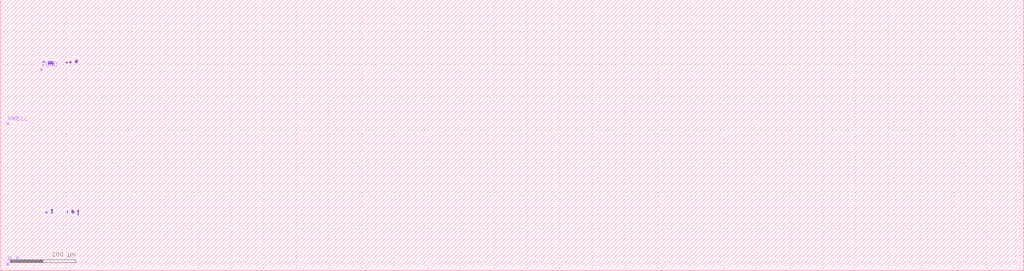
<source format=lef>
# Copyright 2020 The SkyWater PDK Authors
#
# Licensed under the Apache License, Version 2.0 (the "License");
# you may not use this file except in compliance with the License.
# You may obtain a copy of the License at
#
#     https://www.apache.org/licenses/LICENSE-2.0
#
# Unless required by applicable law or agreed to in writing, software
# distributed under the License is distributed on an "AS IS" BASIS,
# WITHOUT WARRANTIES OR CONDITIONS OF ANY KIND, either express or implied.
# See the License for the specific language governing permissions and
# limitations under the License.
#
# SPDX-License-Identifier: Apache-2.0

VERSION 5.7 ;
  NOWIREEXTENSIONATPIN ON ;
  DIVIDERCHAR "/" ;
  BUSBITCHARS "[]" ;
MACRO sky130_fd_pr__rf_aura_drc_flag_check
  CLASS BLOCK ;
  FOREIGN sky130_fd_pr__rf_aura_drc_flag_check ;
  ORIGIN  0.000000  213.9700 ;
  SIZE  1555.530 BY  412.1700 ;
  PIN B_P
    ANTENNADIFFAREA  43.51075 ;
    PORT
      LAYER li1 ;
        RECT 9.175000 -205.320000 11.985000 -202.345000 ;
    END
  END B_P
  PIN NWELL
    ANTENNADIFFAREA  43.51075 ;
    PORT
      LAYER li1 ;
        RECT 9.175000 8.650000 11.985000 11.625000 ;
    END
  END NWELL
  PIN VGND
    USE GROUND ;
    PORT
      LAYER li1 ;
        RECT 60.140000 90.690000 62.950000 93.665000 ;
    END
  END VGND
  OBS
    LAYER li1 ;
      RECT  64.430000  103.905000  64.600000  104.235000 ;
      RECT  64.610000  104.405000  65.280000  104.735000 ;
      RECT  64.860000  103.905000  65.030000  104.235000 ;
      RECT  65.290000  103.905000  65.460000  104.235000 ;
      RECT  65.930000  103.905000  66.100000  104.235000 ;
      RECT  66.110000  104.405000  66.780000  104.735000 ;
      RECT  66.360000  103.905000  66.530000  104.235000 ;
      RECT  66.790000  103.905000  66.960000  104.235000 ;
      RECT  68.460000 -125.255000  68.630000 -124.565000 ;
      RECT  68.640000 -124.335000  69.310000 -123.995000 ;
      RECT  68.890000 -125.255000  69.060000 -124.565000 ;
      RECT  69.320000 -125.255000  69.490000 -124.565000 ;
      RECT  69.960000 -125.255000  70.130000 -124.565000 ;
      RECT  70.140000 -124.335000  70.810000 -123.995000 ;
      RECT  70.390000 -125.255000  70.560000 -124.565000 ;
      RECT  70.820000 -125.255000  70.990000 -124.565000 ;
      RECT  72.455000  101.200000  72.625000  104.050000 ;
      RECT  72.885000  101.200000  73.055000  104.050000 ;
      RECT  72.905000  100.640000  75.615000  100.970000 ;
      RECT  73.315000  101.200000  73.485000  104.050000 ;
      RECT  73.745000  101.200000  73.915000  104.050000 ;
      RECT  74.175000  101.200000  74.345000  104.050000 ;
      RECT  74.605000  101.200000  74.775000  104.050000 ;
      RECT  75.035000  101.200000  75.205000  104.050000 ;
      RECT  75.465000  101.200000  75.635000  104.050000 ;
      RECT  75.895000  101.200000  76.065000  104.050000 ;
      RECT  76.535000  101.200000  76.705000  104.050000 ;
      RECT  76.630000 -125.330000  76.800000 -120.340000 ;
      RECT  76.810000 -120.170000  77.480000 -119.840000 ;
      RECT  76.965000  101.200000  77.135000  104.050000 ;
      RECT  76.985000  100.640000  79.695000  100.970000 ;
      RECT  77.060000 -125.330000  77.230000 -120.340000 ;
      RECT  77.395000  101.200000  77.565000  104.050000 ;
      RECT  77.490000 -125.330000  77.660000 -120.340000 ;
      RECT  77.825000  101.200000  77.995000  104.050000 ;
      RECT  78.100000 -125.330000  78.270000 -120.340000 ;
      RECT  78.255000  101.200000  78.425000  104.050000 ;
      RECT  78.280000 -120.170000  78.950000 -119.840000 ;
      RECT  78.530000 -125.330000  78.700000 -120.340000 ;
      RECT  78.685000  101.200000  78.855000  104.050000 ;
      RECT  78.960000 -125.330000  79.130000 -120.340000 ;
      RECT  79.115000  101.200000  79.285000  104.050000 ;
      RECT  79.545000  101.200000  79.715000  104.050000 ;
      RECT  79.975000  101.200000  80.145000  104.050000 ;
      RECT  99.085000  102.355000  99.255000  102.685000 ;
      RECT  99.265000  102.855000  99.935000  103.185000 ;
      RECT  99.515000  102.355000  99.685000  102.685000 ;
      RECT  99.945000  102.355000 100.115000  102.685000 ;
      RECT 100.495000  102.355000 100.665000  102.685000 ;
      RECT 100.495000  103.355000 100.665000  103.685000 ;
      RECT 100.675000  102.855000 101.345000  103.185000 ;
      RECT 100.925000  102.355000 101.095000  102.685000 ;
      RECT 100.925000  103.355000 101.095000  103.685000 ;
      RECT 100.930000 -125.255000 101.100000 -124.565000 ;
      RECT 100.930000 -123.755000 101.100000 -123.065000 ;
      RECT 101.110000 -124.335000 101.780000 -123.985000 ;
      RECT 101.355000  102.355000 101.525000  102.685000 ;
      RECT 101.355000  103.355000 101.525000  103.685000 ;
      RECT 101.360000 -125.255000 101.530000 -124.565000 ;
      RECT 101.360000 -123.755000 101.530000 -123.065000 ;
      RECT 101.790000 -125.255000 101.960000 -124.565000 ;
      RECT 101.790000 -123.755000 101.960000 -123.065000 ;
      RECT 104.960000  102.355000 105.130000  103.045000 ;
      RECT 104.960000  103.835000 105.130000  104.525000 ;
      RECT 105.230000  103.275000 106.580000  103.605000 ;
      RECT 105.390000  102.355000 105.560000  103.045000 ;
      RECT 105.390000  103.835000 105.560000  104.525000 ;
      RECT 105.820000  102.355000 105.990000  103.045000 ;
      RECT 105.820000  103.835000 105.990000  104.525000 ;
      RECT 106.250000  102.355000 106.420000  103.045000 ;
      RECT 106.250000  103.835000 106.420000  104.525000 ;
      RECT 106.680000  102.355000 106.850000  103.045000 ;
      RECT 106.680000  103.835000 106.850000  104.525000 ;
      RECT 107.745000 -125.255000 107.915000 -123.725000 ;
      RECT 107.745000 -122.915000 107.915000 -121.385000 ;
      RECT 108.015000 -123.495000 109.365000 -123.145000 ;
      RECT 108.175000 -125.255000 108.345000 -123.725000 ;
      RECT 108.175000 -122.915000 108.345000 -121.385000 ;
      RECT 108.605000 -125.255000 108.775000 -123.725000 ;
      RECT 108.605000 -122.915000 108.775000 -121.385000 ;
      RECT 109.035000 -125.255000 109.205000 -123.725000 ;
      RECT 109.035000 -122.915000 109.205000 -121.385000 ;
      RECT 109.465000 -125.255000 109.635000 -123.725000 ;
      RECT 109.465000 -122.915000 109.635000 -121.385000 ;
      RECT 109.985000 -125.255000 110.155000 -123.725000 ;
      RECT 110.255000 -123.495000 111.605000 -123.155000 ;
      RECT 110.415000 -125.255000 110.585000 -123.725000 ;
      RECT 110.845000 -125.255000 111.015000 -123.725000 ;
      RECT 111.275000 -125.255000 111.445000 -123.725000 ;
      RECT 111.705000 -125.255000 111.875000 -123.725000 ;
      RECT 113.205000  103.490000 113.375000  106.340000 ;
      RECT 113.635000  103.490000 113.805000  106.340000 ;
      RECT 113.655000  102.930000 116.365000  103.260000 ;
      RECT 114.065000  103.490000 114.235000  106.340000 ;
      RECT 114.495000  102.430000 114.665000  102.760000 ;
      RECT 114.495000  103.490000 114.665000  106.340000 ;
      RECT 114.925000  102.430000 115.095000  102.760000 ;
      RECT 114.925000  103.490000 115.095000  106.340000 ;
      RECT 115.355000  102.430000 115.525000  102.760000 ;
      RECT 115.355000  103.490000 115.525000  106.340000 ;
      RECT 115.785000  103.490000 115.955000  106.340000 ;
      RECT 116.215000  103.490000 116.385000  106.340000 ;
      RECT 116.645000  103.490000 116.815000  106.340000 ;
      RECT 116.855000 -122.915000 117.025000 -121.385000 ;
      RECT 117.125000 -123.485000 118.475000 -123.145000 ;
      RECT 117.285000 -128.645000 117.455000 -123.655000 ;
      RECT 117.285000 -122.915000 117.455000 -121.385000 ;
      RECT 117.715000 -128.645000 117.885000 -123.655000 ;
      RECT 117.715000 -122.915000 117.885000 -121.385000 ;
      RECT 118.145000 -128.645000 118.315000 -123.655000 ;
      RECT 118.145000 -122.915000 118.315000 -121.385000 ;
      RECT 118.575000 -122.915000 118.745000 -121.385000 ;
    LAYER mcon ;
      RECT  64.430000  103.985000  64.600000  104.155000 ;
      RECT  64.680000  104.485000  64.850000  104.655000 ;
      RECT  64.860000  103.985000  65.030000  104.155000 ;
      RECT  65.040000  104.485000  65.210000  104.655000 ;
      RECT  65.290000  103.985000  65.460000  104.155000 ;
      RECT  65.930000  103.985000  66.100000  104.155000 ;
      RECT  66.180000  104.485000  66.350000  104.655000 ;
      RECT  66.360000  103.985000  66.530000  104.155000 ;
      RECT  66.540000  104.485000  66.710000  104.655000 ;
      RECT  66.790000  103.985000  66.960000  104.155000 ;
      RECT  68.460000 -125.175000  68.630000 -125.005000 ;
      RECT  68.460000 -124.815000  68.630000 -124.645000 ;
      RECT  68.710000 -124.245000  68.880000 -124.075000 ;
      RECT  68.890000 -125.175000  69.060000 -125.005000 ;
      RECT  68.890000 -124.815000  69.060000 -124.645000 ;
      RECT  69.070000 -124.245000  69.240000 -124.075000 ;
      RECT  69.320000 -125.175000  69.490000 -125.005000 ;
      RECT  69.320000 -124.815000  69.490000 -124.645000 ;
      RECT  69.960000 -125.175000  70.130000 -125.005000 ;
      RECT  69.960000 -124.815000  70.130000 -124.645000 ;
      RECT  70.210000 -124.245000  70.380000 -124.075000 ;
      RECT  70.390000 -125.175000  70.560000 -125.005000 ;
      RECT  70.390000 -124.815000  70.560000 -124.645000 ;
      RECT  70.570000 -124.245000  70.740000 -124.075000 ;
      RECT  70.820000 -125.175000  70.990000 -125.005000 ;
      RECT  70.820000 -124.815000  70.990000 -124.645000 ;
      RECT  72.455000  101.280000  72.625000  101.450000 ;
      RECT  72.455000  101.640000  72.625000  101.810000 ;
      RECT  72.455000  102.000000  72.625000  102.170000 ;
      RECT  72.455000  102.360000  72.625000  102.530000 ;
      RECT  72.455000  102.720000  72.625000  102.890000 ;
      RECT  72.455000  103.080000  72.625000  103.250000 ;
      RECT  72.455000  103.440000  72.625000  103.610000 ;
      RECT  72.455000  103.800000  72.625000  103.970000 ;
      RECT  72.885000  101.280000  73.055000  101.450000 ;
      RECT  72.885000  101.640000  73.055000  101.810000 ;
      RECT  72.885000  102.000000  73.055000  102.170000 ;
      RECT  72.885000  102.360000  73.055000  102.530000 ;
      RECT  72.885000  102.720000  73.055000  102.890000 ;
      RECT  72.885000  103.080000  73.055000  103.250000 ;
      RECT  72.885000  103.440000  73.055000  103.610000 ;
      RECT  72.885000  103.800000  73.055000  103.970000 ;
      RECT  72.915000  100.720000  73.085000  100.890000 ;
      RECT  73.275000  100.720000  73.445000  100.890000 ;
      RECT  73.315000  101.280000  73.485000  101.450000 ;
      RECT  73.315000  101.640000  73.485000  101.810000 ;
      RECT  73.315000  102.000000  73.485000  102.170000 ;
      RECT  73.315000  102.360000  73.485000  102.530000 ;
      RECT  73.315000  102.720000  73.485000  102.890000 ;
      RECT  73.315000  103.080000  73.485000  103.250000 ;
      RECT  73.315000  103.440000  73.485000  103.610000 ;
      RECT  73.315000  103.800000  73.485000  103.970000 ;
      RECT  73.635000  100.720000  73.805000  100.890000 ;
      RECT  73.745000  101.280000  73.915000  101.450000 ;
      RECT  73.745000  101.640000  73.915000  101.810000 ;
      RECT  73.745000  102.000000  73.915000  102.170000 ;
      RECT  73.745000  102.360000  73.915000  102.530000 ;
      RECT  73.745000  102.720000  73.915000  102.890000 ;
      RECT  73.745000  103.080000  73.915000  103.250000 ;
      RECT  73.745000  103.440000  73.915000  103.610000 ;
      RECT  73.745000  103.800000  73.915000  103.970000 ;
      RECT  73.995000  100.720000  74.165000  100.890000 ;
      RECT  74.175000  101.280000  74.345000  101.450000 ;
      RECT  74.175000  101.640000  74.345000  101.810000 ;
      RECT  74.175000  102.000000  74.345000  102.170000 ;
      RECT  74.175000  102.360000  74.345000  102.530000 ;
      RECT  74.175000  102.720000  74.345000  102.890000 ;
      RECT  74.175000  103.080000  74.345000  103.250000 ;
      RECT  74.175000  103.440000  74.345000  103.610000 ;
      RECT  74.175000  103.800000  74.345000  103.970000 ;
      RECT  74.355000  100.720000  74.525000  100.890000 ;
      RECT  74.605000  101.280000  74.775000  101.450000 ;
      RECT  74.605000  101.640000  74.775000  101.810000 ;
      RECT  74.605000  102.000000  74.775000  102.170000 ;
      RECT  74.605000  102.360000  74.775000  102.530000 ;
      RECT  74.605000  102.720000  74.775000  102.890000 ;
      RECT  74.605000  103.080000  74.775000  103.250000 ;
      RECT  74.605000  103.440000  74.775000  103.610000 ;
      RECT  74.605000  103.800000  74.775000  103.970000 ;
      RECT  74.715000  100.720000  74.885000  100.890000 ;
      RECT  75.035000  101.280000  75.205000  101.450000 ;
      RECT  75.035000  101.640000  75.205000  101.810000 ;
      RECT  75.035000  102.000000  75.205000  102.170000 ;
      RECT  75.035000  102.360000  75.205000  102.530000 ;
      RECT  75.035000  102.720000  75.205000  102.890000 ;
      RECT  75.035000  103.080000  75.205000  103.250000 ;
      RECT  75.035000  103.440000  75.205000  103.610000 ;
      RECT  75.035000  103.800000  75.205000  103.970000 ;
      RECT  75.075000  100.720000  75.245000  100.890000 ;
      RECT  75.435000  100.720000  75.605000  100.890000 ;
      RECT  75.465000  101.280000  75.635000  101.450000 ;
      RECT  75.465000  101.640000  75.635000  101.810000 ;
      RECT  75.465000  102.000000  75.635000  102.170000 ;
      RECT  75.465000  102.360000  75.635000  102.530000 ;
      RECT  75.465000  102.720000  75.635000  102.890000 ;
      RECT  75.465000  103.080000  75.635000  103.250000 ;
      RECT  75.465000  103.440000  75.635000  103.610000 ;
      RECT  75.465000  103.800000  75.635000  103.970000 ;
      RECT  75.895000  101.280000  76.065000  101.450000 ;
      RECT  75.895000  101.640000  76.065000  101.810000 ;
      RECT  75.895000  102.000000  76.065000  102.170000 ;
      RECT  75.895000  102.360000  76.065000  102.530000 ;
      RECT  75.895000  102.720000  76.065000  102.890000 ;
      RECT  75.895000  103.080000  76.065000  103.250000 ;
      RECT  75.895000  103.440000  76.065000  103.610000 ;
      RECT  75.895000  103.800000  76.065000  103.970000 ;
      RECT  76.535000  101.280000  76.705000  101.450000 ;
      RECT  76.535000  101.640000  76.705000  101.810000 ;
      RECT  76.535000  102.000000  76.705000  102.170000 ;
      RECT  76.535000  102.360000  76.705000  102.530000 ;
      RECT  76.535000  102.720000  76.705000  102.890000 ;
      RECT  76.535000  103.080000  76.705000  103.250000 ;
      RECT  76.535000  103.440000  76.705000  103.610000 ;
      RECT  76.535000  103.800000  76.705000  103.970000 ;
      RECT  76.630000 -125.075000  76.800000 -124.905000 ;
      RECT  76.630000 -124.715000  76.800000 -124.545000 ;
      RECT  76.630000 -124.355000  76.800000 -124.185000 ;
      RECT  76.630000 -123.995000  76.800000 -123.825000 ;
      RECT  76.630000 -123.635000  76.800000 -123.465000 ;
      RECT  76.630000 -123.275000  76.800000 -123.105000 ;
      RECT  76.630000 -122.915000  76.800000 -122.745000 ;
      RECT  76.630000 -122.555000  76.800000 -122.385000 ;
      RECT  76.630000 -122.195000  76.800000 -122.025000 ;
      RECT  76.630000 -121.835000  76.800000 -121.665000 ;
      RECT  76.630000 -121.475000  76.800000 -121.305000 ;
      RECT  76.630000 -121.115000  76.800000 -120.945000 ;
      RECT  76.630000 -120.755000  76.800000 -120.585000 ;
      RECT  76.880000 -120.090000  77.050000 -119.920000 ;
      RECT  76.965000  101.280000  77.135000  101.450000 ;
      RECT  76.965000  101.640000  77.135000  101.810000 ;
      RECT  76.965000  102.000000  77.135000  102.170000 ;
      RECT  76.965000  102.360000  77.135000  102.530000 ;
      RECT  76.965000  102.720000  77.135000  102.890000 ;
      RECT  76.965000  103.080000  77.135000  103.250000 ;
      RECT  76.965000  103.440000  77.135000  103.610000 ;
      RECT  76.965000  103.800000  77.135000  103.970000 ;
      RECT  76.995000  100.720000  77.165000  100.890000 ;
      RECT  77.060000 -125.075000  77.230000 -124.905000 ;
      RECT  77.060000 -124.715000  77.230000 -124.545000 ;
      RECT  77.060000 -124.355000  77.230000 -124.185000 ;
      RECT  77.060000 -123.995000  77.230000 -123.825000 ;
      RECT  77.060000 -123.635000  77.230000 -123.465000 ;
      RECT  77.060000 -123.275000  77.230000 -123.105000 ;
      RECT  77.060000 -122.915000  77.230000 -122.745000 ;
      RECT  77.060000 -122.555000  77.230000 -122.385000 ;
      RECT  77.060000 -122.195000  77.230000 -122.025000 ;
      RECT  77.060000 -121.835000  77.230000 -121.665000 ;
      RECT  77.060000 -121.475000  77.230000 -121.305000 ;
      RECT  77.060000 -121.115000  77.230000 -120.945000 ;
      RECT  77.060000 -120.755000  77.230000 -120.585000 ;
      RECT  77.240000 -120.090000  77.410000 -119.920000 ;
      RECT  77.355000  100.720000  77.525000  100.890000 ;
      RECT  77.395000  101.280000  77.565000  101.450000 ;
      RECT  77.395000  101.640000  77.565000  101.810000 ;
      RECT  77.395000  102.000000  77.565000  102.170000 ;
      RECT  77.395000  102.360000  77.565000  102.530000 ;
      RECT  77.395000  102.720000  77.565000  102.890000 ;
      RECT  77.395000  103.080000  77.565000  103.250000 ;
      RECT  77.395000  103.440000  77.565000  103.610000 ;
      RECT  77.395000  103.800000  77.565000  103.970000 ;
      RECT  77.490000 -125.075000  77.660000 -124.905000 ;
      RECT  77.490000 -124.715000  77.660000 -124.545000 ;
      RECT  77.490000 -124.355000  77.660000 -124.185000 ;
      RECT  77.490000 -123.995000  77.660000 -123.825000 ;
      RECT  77.490000 -123.635000  77.660000 -123.465000 ;
      RECT  77.490000 -123.275000  77.660000 -123.105000 ;
      RECT  77.490000 -122.915000  77.660000 -122.745000 ;
      RECT  77.490000 -122.555000  77.660000 -122.385000 ;
      RECT  77.490000 -122.195000  77.660000 -122.025000 ;
      RECT  77.490000 -121.835000  77.660000 -121.665000 ;
      RECT  77.490000 -121.475000  77.660000 -121.305000 ;
      RECT  77.490000 -121.115000  77.660000 -120.945000 ;
      RECT  77.490000 -120.755000  77.660000 -120.585000 ;
      RECT  77.715000  100.720000  77.885000  100.890000 ;
      RECT  77.825000  101.280000  77.995000  101.450000 ;
      RECT  77.825000  101.640000  77.995000  101.810000 ;
      RECT  77.825000  102.000000  77.995000  102.170000 ;
      RECT  77.825000  102.360000  77.995000  102.530000 ;
      RECT  77.825000  102.720000  77.995000  102.890000 ;
      RECT  77.825000  103.080000  77.995000  103.250000 ;
      RECT  77.825000  103.440000  77.995000  103.610000 ;
      RECT  77.825000  103.800000  77.995000  103.970000 ;
      RECT  78.075000  100.720000  78.245000  100.890000 ;
      RECT  78.100000 -125.075000  78.270000 -124.905000 ;
      RECT  78.100000 -124.715000  78.270000 -124.545000 ;
      RECT  78.100000 -124.355000  78.270000 -124.185000 ;
      RECT  78.100000 -123.995000  78.270000 -123.825000 ;
      RECT  78.100000 -123.635000  78.270000 -123.465000 ;
      RECT  78.100000 -123.275000  78.270000 -123.105000 ;
      RECT  78.100000 -122.915000  78.270000 -122.745000 ;
      RECT  78.100000 -122.555000  78.270000 -122.385000 ;
      RECT  78.100000 -122.195000  78.270000 -122.025000 ;
      RECT  78.100000 -121.835000  78.270000 -121.665000 ;
      RECT  78.100000 -121.475000  78.270000 -121.305000 ;
      RECT  78.100000 -121.115000  78.270000 -120.945000 ;
      RECT  78.100000 -120.755000  78.270000 -120.585000 ;
      RECT  78.255000  101.280000  78.425000  101.450000 ;
      RECT  78.255000  101.640000  78.425000  101.810000 ;
      RECT  78.255000  102.000000  78.425000  102.170000 ;
      RECT  78.255000  102.360000  78.425000  102.530000 ;
      RECT  78.255000  102.720000  78.425000  102.890000 ;
      RECT  78.255000  103.080000  78.425000  103.250000 ;
      RECT  78.255000  103.440000  78.425000  103.610000 ;
      RECT  78.255000  103.800000  78.425000  103.970000 ;
      RECT  78.350000 -120.090000  78.520000 -119.920000 ;
      RECT  78.435000  100.720000  78.605000  100.890000 ;
      RECT  78.530000 -125.075000  78.700000 -124.905000 ;
      RECT  78.530000 -124.715000  78.700000 -124.545000 ;
      RECT  78.530000 -124.355000  78.700000 -124.185000 ;
      RECT  78.530000 -123.995000  78.700000 -123.825000 ;
      RECT  78.530000 -123.635000  78.700000 -123.465000 ;
      RECT  78.530000 -123.275000  78.700000 -123.105000 ;
      RECT  78.530000 -122.915000  78.700000 -122.745000 ;
      RECT  78.530000 -122.555000  78.700000 -122.385000 ;
      RECT  78.530000 -122.195000  78.700000 -122.025000 ;
      RECT  78.530000 -121.835000  78.700000 -121.665000 ;
      RECT  78.530000 -121.475000  78.700000 -121.305000 ;
      RECT  78.530000 -121.115000  78.700000 -120.945000 ;
      RECT  78.530000 -120.755000  78.700000 -120.585000 ;
      RECT  78.685000  101.280000  78.855000  101.450000 ;
      RECT  78.685000  101.640000  78.855000  101.810000 ;
      RECT  78.685000  102.000000  78.855000  102.170000 ;
      RECT  78.685000  102.360000  78.855000  102.530000 ;
      RECT  78.685000  102.720000  78.855000  102.890000 ;
      RECT  78.685000  103.080000  78.855000  103.250000 ;
      RECT  78.685000  103.440000  78.855000  103.610000 ;
      RECT  78.685000  103.800000  78.855000  103.970000 ;
      RECT  78.710000 -120.090000  78.880000 -119.920000 ;
      RECT  78.795000  100.720000  78.965000  100.890000 ;
      RECT  78.960000 -125.075000  79.130000 -124.905000 ;
      RECT  78.960000 -124.715000  79.130000 -124.545000 ;
      RECT  78.960000 -124.355000  79.130000 -124.185000 ;
      RECT  78.960000 -123.995000  79.130000 -123.825000 ;
      RECT  78.960000 -123.635000  79.130000 -123.465000 ;
      RECT  78.960000 -123.275000  79.130000 -123.105000 ;
      RECT  78.960000 -122.915000  79.130000 -122.745000 ;
      RECT  78.960000 -122.555000  79.130000 -122.385000 ;
      RECT  78.960000 -122.195000  79.130000 -122.025000 ;
      RECT  78.960000 -121.835000  79.130000 -121.665000 ;
      RECT  78.960000 -121.475000  79.130000 -121.305000 ;
      RECT  78.960000 -121.115000  79.130000 -120.945000 ;
      RECT  78.960000 -120.755000  79.130000 -120.585000 ;
      RECT  79.115000  101.280000  79.285000  101.450000 ;
      RECT  79.115000  101.640000  79.285000  101.810000 ;
      RECT  79.115000  102.000000  79.285000  102.170000 ;
      RECT  79.115000  102.360000  79.285000  102.530000 ;
      RECT  79.115000  102.720000  79.285000  102.890000 ;
      RECT  79.115000  103.080000  79.285000  103.250000 ;
      RECT  79.115000  103.440000  79.285000  103.610000 ;
      RECT  79.115000  103.800000  79.285000  103.970000 ;
      RECT  79.155000  100.720000  79.325000  100.890000 ;
      RECT  79.515000  100.720000  79.685000  100.890000 ;
      RECT  79.545000  101.280000  79.715000  101.450000 ;
      RECT  79.545000  101.640000  79.715000  101.810000 ;
      RECT  79.545000  102.000000  79.715000  102.170000 ;
      RECT  79.545000  102.360000  79.715000  102.530000 ;
      RECT  79.545000  102.720000  79.715000  102.890000 ;
      RECT  79.545000  103.080000  79.715000  103.250000 ;
      RECT  79.545000  103.440000  79.715000  103.610000 ;
      RECT  79.545000  103.800000  79.715000  103.970000 ;
      RECT  79.975000  101.280000  80.145000  101.450000 ;
      RECT  79.975000  101.640000  80.145000  101.810000 ;
      RECT  79.975000  102.000000  80.145000  102.170000 ;
      RECT  79.975000  102.360000  80.145000  102.530000 ;
      RECT  79.975000  102.720000  80.145000  102.890000 ;
      RECT  79.975000  103.080000  80.145000  103.250000 ;
      RECT  79.975000  103.440000  80.145000  103.610000 ;
      RECT  79.975000  103.800000  80.145000  103.970000 ;
      RECT  99.085000  102.435000  99.255000  102.605000 ;
      RECT  99.335000  102.935000  99.505000  103.105000 ;
      RECT  99.515000  102.435000  99.685000  102.605000 ;
      RECT  99.695000  102.935000  99.865000  103.105000 ;
      RECT  99.945000  102.435000 100.115000  102.605000 ;
      RECT 100.495000  102.435000 100.665000  102.605000 ;
      RECT 100.495000  103.435000 100.665000  103.605000 ;
      RECT 100.745000  102.935000 100.915000  103.105000 ;
      RECT 100.925000  102.435000 101.095000  102.605000 ;
      RECT 100.925000  103.435000 101.095000  103.605000 ;
      RECT 100.930000 -125.175000 101.100000 -125.005000 ;
      RECT 100.930000 -124.815000 101.100000 -124.645000 ;
      RECT 100.930000 -123.675000 101.100000 -123.505000 ;
      RECT 100.930000 -123.315000 101.100000 -123.145000 ;
      RECT 101.105000  102.935000 101.275000  103.105000 ;
      RECT 101.180000 -124.245000 101.350000 -124.075000 ;
      RECT 101.355000  102.435000 101.525000  102.605000 ;
      RECT 101.355000  103.435000 101.525000  103.605000 ;
      RECT 101.360000 -125.175000 101.530000 -125.005000 ;
      RECT 101.360000 -124.815000 101.530000 -124.645000 ;
      RECT 101.360000 -123.675000 101.530000 -123.505000 ;
      RECT 101.360000 -123.315000 101.530000 -123.145000 ;
      RECT 101.540000 -124.245000 101.710000 -124.075000 ;
      RECT 101.790000 -125.175000 101.960000 -125.005000 ;
      RECT 101.790000 -124.815000 101.960000 -124.645000 ;
      RECT 101.790000 -123.675000 101.960000 -123.505000 ;
      RECT 101.790000 -123.315000 101.960000 -123.145000 ;
      RECT 104.960000  102.435000 105.130000  102.605000 ;
      RECT 104.960000  102.795000 105.130000  102.965000 ;
      RECT 104.960000  103.915000 105.130000  104.085000 ;
      RECT 104.960000  104.275000 105.130000  104.445000 ;
      RECT 105.280000  103.355000 105.450000  103.525000 ;
      RECT 105.390000  102.435000 105.560000  102.605000 ;
      RECT 105.390000  102.795000 105.560000  102.965000 ;
      RECT 105.390000  103.915000 105.560000  104.085000 ;
      RECT 105.390000  104.275000 105.560000  104.445000 ;
      RECT 105.640000  103.355000 105.810000  103.525000 ;
      RECT 105.820000  102.435000 105.990000  102.605000 ;
      RECT 105.820000  102.795000 105.990000  102.965000 ;
      RECT 105.820000  103.915000 105.990000  104.085000 ;
      RECT 105.820000  104.275000 105.990000  104.445000 ;
      RECT 106.000000  103.355000 106.170000  103.525000 ;
      RECT 106.250000  102.435000 106.420000  102.605000 ;
      RECT 106.250000  102.795000 106.420000  102.965000 ;
      RECT 106.250000  103.915000 106.420000  104.085000 ;
      RECT 106.250000  104.275000 106.420000  104.445000 ;
      RECT 106.360000  103.355000 106.530000  103.525000 ;
      RECT 106.680000  102.435000 106.850000  102.605000 ;
      RECT 106.680000  102.795000 106.850000  102.965000 ;
      RECT 106.680000  103.915000 106.850000  104.085000 ;
      RECT 106.680000  104.275000 106.850000  104.445000 ;
      RECT 107.745000 -125.115000 107.915000 -124.945000 ;
      RECT 107.745000 -124.755000 107.915000 -124.585000 ;
      RECT 107.745000 -124.395000 107.915000 -124.225000 ;
      RECT 107.745000 -124.035000 107.915000 -123.865000 ;
      RECT 107.745000 -122.775000 107.915000 -122.605000 ;
      RECT 107.745000 -122.415000 107.915000 -122.245000 ;
      RECT 107.745000 -122.055000 107.915000 -121.885000 ;
      RECT 107.745000 -121.695000 107.915000 -121.525000 ;
      RECT 108.065000 -123.405000 108.235000 -123.235000 ;
      RECT 108.175000 -125.115000 108.345000 -124.945000 ;
      RECT 108.175000 -124.755000 108.345000 -124.585000 ;
      RECT 108.175000 -124.395000 108.345000 -124.225000 ;
      RECT 108.175000 -124.035000 108.345000 -123.865000 ;
      RECT 108.175000 -122.775000 108.345000 -122.605000 ;
      RECT 108.175000 -122.415000 108.345000 -122.245000 ;
      RECT 108.175000 -122.055000 108.345000 -121.885000 ;
      RECT 108.175000 -121.695000 108.345000 -121.525000 ;
      RECT 108.425000 -123.405000 108.595000 -123.235000 ;
      RECT 108.605000 -125.115000 108.775000 -124.945000 ;
      RECT 108.605000 -124.755000 108.775000 -124.585000 ;
      RECT 108.605000 -124.395000 108.775000 -124.225000 ;
      RECT 108.605000 -124.035000 108.775000 -123.865000 ;
      RECT 108.605000 -122.775000 108.775000 -122.605000 ;
      RECT 108.605000 -122.415000 108.775000 -122.245000 ;
      RECT 108.605000 -122.055000 108.775000 -121.885000 ;
      RECT 108.605000 -121.695000 108.775000 -121.525000 ;
      RECT 108.785000 -123.405000 108.955000 -123.235000 ;
      RECT 109.035000 -125.115000 109.205000 -124.945000 ;
      RECT 109.035000 -124.755000 109.205000 -124.585000 ;
      RECT 109.035000 -124.395000 109.205000 -124.225000 ;
      RECT 109.035000 -124.035000 109.205000 -123.865000 ;
      RECT 109.035000 -122.775000 109.205000 -122.605000 ;
      RECT 109.035000 -122.415000 109.205000 -122.245000 ;
      RECT 109.035000 -122.055000 109.205000 -121.885000 ;
      RECT 109.035000 -121.695000 109.205000 -121.525000 ;
      RECT 109.145000 -123.405000 109.315000 -123.235000 ;
      RECT 109.465000 -125.115000 109.635000 -124.945000 ;
      RECT 109.465000 -124.755000 109.635000 -124.585000 ;
      RECT 109.465000 -124.395000 109.635000 -124.225000 ;
      RECT 109.465000 -124.035000 109.635000 -123.865000 ;
      RECT 109.465000 -122.775000 109.635000 -122.605000 ;
      RECT 109.465000 -122.415000 109.635000 -122.245000 ;
      RECT 109.465000 -122.055000 109.635000 -121.885000 ;
      RECT 109.465000 -121.695000 109.635000 -121.525000 ;
      RECT 109.985000 -125.115000 110.155000 -124.945000 ;
      RECT 109.985000 -124.755000 110.155000 -124.585000 ;
      RECT 109.985000 -124.395000 110.155000 -124.225000 ;
      RECT 109.985000 -124.035000 110.155000 -123.865000 ;
      RECT 110.305000 -123.405000 110.475000 -123.235000 ;
      RECT 110.415000 -125.115000 110.585000 -124.945000 ;
      RECT 110.415000 -124.755000 110.585000 -124.585000 ;
      RECT 110.415000 -124.395000 110.585000 -124.225000 ;
      RECT 110.415000 -124.035000 110.585000 -123.865000 ;
      RECT 110.665000 -123.405000 110.835000 -123.235000 ;
      RECT 110.845000 -125.115000 111.015000 -124.945000 ;
      RECT 110.845000 -124.755000 111.015000 -124.585000 ;
      RECT 110.845000 -124.395000 111.015000 -124.225000 ;
      RECT 110.845000 -124.035000 111.015000 -123.865000 ;
      RECT 111.025000 -123.405000 111.195000 -123.235000 ;
      RECT 111.275000 -125.115000 111.445000 -124.945000 ;
      RECT 111.275000 -124.755000 111.445000 -124.585000 ;
      RECT 111.275000 -124.395000 111.445000 -124.225000 ;
      RECT 111.275000 -124.035000 111.445000 -123.865000 ;
      RECT 111.385000 -123.405000 111.555000 -123.235000 ;
      RECT 111.705000 -125.115000 111.875000 -124.945000 ;
      RECT 111.705000 -124.755000 111.875000 -124.585000 ;
      RECT 111.705000 -124.395000 111.875000 -124.225000 ;
      RECT 111.705000 -124.035000 111.875000 -123.865000 ;
      RECT 113.205000  103.570000 113.375000  103.740000 ;
      RECT 113.205000  103.930000 113.375000  104.100000 ;
      RECT 113.205000  104.290000 113.375000  104.460000 ;
      RECT 113.205000  104.650000 113.375000  104.820000 ;
      RECT 113.205000  105.010000 113.375000  105.180000 ;
      RECT 113.205000  105.370000 113.375000  105.540000 ;
      RECT 113.205000  105.730000 113.375000  105.900000 ;
      RECT 113.205000  106.090000 113.375000  106.260000 ;
      RECT 113.635000  103.570000 113.805000  103.740000 ;
      RECT 113.635000  103.930000 113.805000  104.100000 ;
      RECT 113.635000  104.290000 113.805000  104.460000 ;
      RECT 113.635000  104.650000 113.805000  104.820000 ;
      RECT 113.635000  105.010000 113.805000  105.180000 ;
      RECT 113.635000  105.370000 113.805000  105.540000 ;
      RECT 113.635000  105.730000 113.805000  105.900000 ;
      RECT 113.635000  106.090000 113.805000  106.260000 ;
      RECT 113.665000  103.010000 113.835000  103.180000 ;
      RECT 114.025000  103.010000 114.195000  103.180000 ;
      RECT 114.065000  103.570000 114.235000  103.740000 ;
      RECT 114.065000  103.930000 114.235000  104.100000 ;
      RECT 114.065000  104.290000 114.235000  104.460000 ;
      RECT 114.065000  104.650000 114.235000  104.820000 ;
      RECT 114.065000  105.010000 114.235000  105.180000 ;
      RECT 114.065000  105.370000 114.235000  105.540000 ;
      RECT 114.065000  105.730000 114.235000  105.900000 ;
      RECT 114.065000  106.090000 114.235000  106.260000 ;
      RECT 114.385000  103.010000 114.555000  103.180000 ;
      RECT 114.495000  102.510000 114.665000  102.680000 ;
      RECT 114.495000  103.570000 114.665000  103.740000 ;
      RECT 114.495000  103.930000 114.665000  104.100000 ;
      RECT 114.495000  104.290000 114.665000  104.460000 ;
      RECT 114.495000  104.650000 114.665000  104.820000 ;
      RECT 114.495000  105.010000 114.665000  105.180000 ;
      RECT 114.495000  105.370000 114.665000  105.540000 ;
      RECT 114.495000  105.730000 114.665000  105.900000 ;
      RECT 114.495000  106.090000 114.665000  106.260000 ;
      RECT 114.745000  103.010000 114.915000  103.180000 ;
      RECT 114.925000  102.510000 115.095000  102.680000 ;
      RECT 114.925000  103.570000 115.095000  103.740000 ;
      RECT 114.925000  103.930000 115.095000  104.100000 ;
      RECT 114.925000  104.290000 115.095000  104.460000 ;
      RECT 114.925000  104.650000 115.095000  104.820000 ;
      RECT 114.925000  105.010000 115.095000  105.180000 ;
      RECT 114.925000  105.370000 115.095000  105.540000 ;
      RECT 114.925000  105.730000 115.095000  105.900000 ;
      RECT 114.925000  106.090000 115.095000  106.260000 ;
      RECT 115.105000  103.010000 115.275000  103.180000 ;
      RECT 115.355000  102.510000 115.525000  102.680000 ;
      RECT 115.355000  103.570000 115.525000  103.740000 ;
      RECT 115.355000  103.930000 115.525000  104.100000 ;
      RECT 115.355000  104.290000 115.525000  104.460000 ;
      RECT 115.355000  104.650000 115.525000  104.820000 ;
      RECT 115.355000  105.010000 115.525000  105.180000 ;
      RECT 115.355000  105.370000 115.525000  105.540000 ;
      RECT 115.355000  105.730000 115.525000  105.900000 ;
      RECT 115.355000  106.090000 115.525000  106.260000 ;
      RECT 115.465000  103.010000 115.635000  103.180000 ;
      RECT 115.785000  103.570000 115.955000  103.740000 ;
      RECT 115.785000  103.930000 115.955000  104.100000 ;
      RECT 115.785000  104.290000 115.955000  104.460000 ;
      RECT 115.785000  104.650000 115.955000  104.820000 ;
      RECT 115.785000  105.010000 115.955000  105.180000 ;
      RECT 115.785000  105.370000 115.955000  105.540000 ;
      RECT 115.785000  105.730000 115.955000  105.900000 ;
      RECT 115.785000  106.090000 115.955000  106.260000 ;
      RECT 115.825000  103.010000 115.995000  103.180000 ;
      RECT 116.185000  103.010000 116.355000  103.180000 ;
      RECT 116.215000  103.570000 116.385000  103.740000 ;
      RECT 116.215000  103.930000 116.385000  104.100000 ;
      RECT 116.215000  104.290000 116.385000  104.460000 ;
      RECT 116.215000  104.650000 116.385000  104.820000 ;
      RECT 116.215000  105.010000 116.385000  105.180000 ;
      RECT 116.215000  105.370000 116.385000  105.540000 ;
      RECT 116.215000  105.730000 116.385000  105.900000 ;
      RECT 116.215000  106.090000 116.385000  106.260000 ;
      RECT 116.645000  103.570000 116.815000  103.740000 ;
      RECT 116.645000  103.930000 116.815000  104.100000 ;
      RECT 116.645000  104.290000 116.815000  104.460000 ;
      RECT 116.645000  104.650000 116.815000  104.820000 ;
      RECT 116.645000  105.010000 116.815000  105.180000 ;
      RECT 116.645000  105.370000 116.815000  105.540000 ;
      RECT 116.645000  105.730000 116.815000  105.900000 ;
      RECT 116.645000  106.090000 116.815000  106.260000 ;
      RECT 116.855000 -122.775000 117.025000 -122.605000 ;
      RECT 116.855000 -122.415000 117.025000 -122.245000 ;
      RECT 116.855000 -122.055000 117.025000 -121.885000 ;
      RECT 116.855000 -121.695000 117.025000 -121.525000 ;
      RECT 117.175000 -123.405000 117.345000 -123.235000 ;
      RECT 117.285000 -128.390000 117.455000 -128.220000 ;
      RECT 117.285000 -128.030000 117.455000 -127.860000 ;
      RECT 117.285000 -127.670000 117.455000 -127.500000 ;
      RECT 117.285000 -127.310000 117.455000 -127.140000 ;
      RECT 117.285000 -126.950000 117.455000 -126.780000 ;
      RECT 117.285000 -126.590000 117.455000 -126.420000 ;
      RECT 117.285000 -126.230000 117.455000 -126.060000 ;
      RECT 117.285000 -125.870000 117.455000 -125.700000 ;
      RECT 117.285000 -125.510000 117.455000 -125.340000 ;
      RECT 117.285000 -125.150000 117.455000 -124.980000 ;
      RECT 117.285000 -124.790000 117.455000 -124.620000 ;
      RECT 117.285000 -124.430000 117.455000 -124.260000 ;
      RECT 117.285000 -124.070000 117.455000 -123.900000 ;
      RECT 117.285000 -122.775000 117.455000 -122.605000 ;
      RECT 117.285000 -122.415000 117.455000 -122.245000 ;
      RECT 117.285000 -122.055000 117.455000 -121.885000 ;
      RECT 117.285000 -121.695000 117.455000 -121.525000 ;
      RECT 117.535000 -123.405000 117.705000 -123.235000 ;
      RECT 117.715000 -128.390000 117.885000 -128.220000 ;
      RECT 117.715000 -128.030000 117.885000 -127.860000 ;
      RECT 117.715000 -127.670000 117.885000 -127.500000 ;
      RECT 117.715000 -127.310000 117.885000 -127.140000 ;
      RECT 117.715000 -126.950000 117.885000 -126.780000 ;
      RECT 117.715000 -126.590000 117.885000 -126.420000 ;
      RECT 117.715000 -126.230000 117.885000 -126.060000 ;
      RECT 117.715000 -125.870000 117.885000 -125.700000 ;
      RECT 117.715000 -125.510000 117.885000 -125.340000 ;
      RECT 117.715000 -125.150000 117.885000 -124.980000 ;
      RECT 117.715000 -124.790000 117.885000 -124.620000 ;
      RECT 117.715000 -124.430000 117.885000 -124.260000 ;
      RECT 117.715000 -124.070000 117.885000 -123.900000 ;
      RECT 117.715000 -122.775000 117.885000 -122.605000 ;
      RECT 117.715000 -122.415000 117.885000 -122.245000 ;
      RECT 117.715000 -122.055000 117.885000 -121.885000 ;
      RECT 117.715000 -121.695000 117.885000 -121.525000 ;
      RECT 117.895000 -123.405000 118.065000 -123.235000 ;
      RECT 118.145000 -128.390000 118.315000 -128.220000 ;
      RECT 118.145000 -128.030000 118.315000 -127.860000 ;
      RECT 118.145000 -127.670000 118.315000 -127.500000 ;
      RECT 118.145000 -127.310000 118.315000 -127.140000 ;
      RECT 118.145000 -126.950000 118.315000 -126.780000 ;
      RECT 118.145000 -126.590000 118.315000 -126.420000 ;
      RECT 118.145000 -126.230000 118.315000 -126.060000 ;
      RECT 118.145000 -125.870000 118.315000 -125.700000 ;
      RECT 118.145000 -125.510000 118.315000 -125.340000 ;
      RECT 118.145000 -125.150000 118.315000 -124.980000 ;
      RECT 118.145000 -124.790000 118.315000 -124.620000 ;
      RECT 118.145000 -124.430000 118.315000 -124.260000 ;
      RECT 118.145000 -124.070000 118.315000 -123.900000 ;
      RECT 118.145000 -122.775000 118.315000 -122.605000 ;
      RECT 118.145000 -122.415000 118.315000 -122.245000 ;
      RECT 118.145000 -122.055000 118.315000 -121.885000 ;
      RECT 118.145000 -121.695000 118.315000 -121.525000 ;
      RECT 118.255000 -123.405000 118.425000 -123.235000 ;
      RECT 118.575000 -122.775000 118.745000 -122.605000 ;
      RECT 118.575000 -122.415000 118.745000 -122.245000 ;
      RECT 118.575000 -122.055000 118.745000 -121.885000 ;
      RECT 118.575000 -121.695000 118.745000 -121.525000 ;
    LAYER met1 ;
      RECT  64.400000  103.205000  65.490000  103.505000 ;
      RECT  64.400000  103.505000  64.630000  104.250000 ;
      RECT  64.620000  104.425000  65.270000  104.715000 ;
      RECT  64.815000  103.905000  65.075000  104.250000 ;
      RECT  65.260000  103.505000  65.490000  104.250000 ;
      RECT  65.900000  103.205000  66.990000  103.505000 ;
      RECT  65.900000  103.505000  66.130000  104.250000 ;
      RECT  66.120000  104.425000  66.770000  104.715000 ;
      RECT  66.315000  103.905000  66.575000  104.250000 ;
      RECT  66.760000  103.505000  66.990000  104.250000 ;
      RECT  68.430000 -125.955000  69.520000 -125.655000 ;
      RECT  68.430000 -125.655000  68.660000 -124.565000 ;
      RECT  68.650000 -124.305000  69.300000 -124.015000 ;
      RECT  68.845000 -125.255000  69.105000 -124.565000 ;
      RECT  69.290000 -125.655000  69.520000 -124.565000 ;
      RECT  69.930000 -125.955000  71.020000 -125.655000 ;
      RECT  69.930000 -125.655000  70.160000 -124.565000 ;
      RECT  70.150000 -124.305000  70.800000 -124.015000 ;
      RECT  70.345000 -125.255000  70.605000 -124.565000 ;
      RECT  70.790000 -125.655000  71.020000 -124.565000 ;
      RECT  72.425000  101.200000  72.655000  104.450000 ;
      RECT  72.425000  104.450000  76.095000  104.750000 ;
      RECT  72.840000  101.200000  73.100000  104.050000 ;
      RECT  72.855000  100.660000  75.665000  100.950000 ;
      RECT  73.285000  101.200000  73.515000  104.450000 ;
      RECT  73.700000  101.200000  73.960000  104.050000 ;
      RECT  74.145000  101.200000  74.375000  104.450000 ;
      RECT  74.560000  101.200000  74.820000  104.050000 ;
      RECT  75.005000  101.200000  75.235000  104.450000 ;
      RECT  75.420000  101.200000  75.680000  104.050000 ;
      RECT  75.865000  101.200000  76.095000  104.450000 ;
      RECT  76.505000  101.200000  76.735000  104.450000 ;
      RECT  76.505000  104.450000  80.175000  104.750000 ;
      RECT  76.600000 -125.995000  77.690000 -125.735000 ;
      RECT  76.600000 -125.735000  76.830000 -120.340000 ;
      RECT  76.820000 -120.150000  77.470000 -119.860000 ;
      RECT  76.920000  101.200000  77.180000  104.050000 ;
      RECT  76.935000  100.660000  79.745000  100.950000 ;
      RECT  77.015000 -125.330000  77.275000 -120.340000 ;
      RECT  77.365000  101.200000  77.595000  104.450000 ;
      RECT  77.460000 -125.735000  77.690000 -120.340000 ;
      RECT  77.780000  101.200000  78.040000  104.050000 ;
      RECT  78.070000 -125.995000  79.160000 -125.735000 ;
      RECT  78.070000 -125.735000  78.300000 -120.340000 ;
      RECT  78.225000  101.200000  78.455000  104.450000 ;
      RECT  78.290000 -120.150000  78.940000 -119.860000 ;
      RECT  78.485000 -125.330000  78.745000 -120.340000 ;
      RECT  78.640000  101.200000  78.900000  104.050000 ;
      RECT  78.930000 -125.735000  79.160000 -120.340000 ;
      RECT  79.085000  101.200000  79.315000  104.450000 ;
      RECT  79.500000  101.200000  79.760000  104.050000 ;
      RECT  79.945000  101.200000  80.175000  104.450000 ;
      RECT  99.055000  101.655000 100.145000  101.955000 ;
      RECT  99.055000  101.955000  99.285000  102.700000 ;
      RECT  99.275000  102.875000  99.925000  103.165000 ;
      RECT  99.470000  102.355000  99.730000  102.700000 ;
      RECT  99.915000  101.955000 100.145000  102.700000 ;
      RECT 100.465000  101.655000 101.555000  101.955000 ;
      RECT 100.465000  101.955000 100.695000  102.700000 ;
      RECT 100.465000  103.340000 100.695000  104.085000 ;
      RECT 100.465000  104.085000 101.555000  104.385000 ;
      RECT 100.685000  102.875000 101.335000  103.165000 ;
      RECT 100.880000  102.355000 101.140000  102.700000 ;
      RECT 100.880000  103.340000 101.140000  103.685000 ;
      RECT 100.900000 -125.955000 101.990000 -125.655000 ;
      RECT 100.900000 -125.655000 101.130000 -124.565000 ;
      RECT 100.900000 -123.755000 101.130000 -122.665000 ;
      RECT 100.900000 -122.665000 101.990000 -122.365000 ;
      RECT 101.120000 -124.305000 101.770000 -124.015000 ;
      RECT 101.315000 -125.255000 101.575000 -124.565000 ;
      RECT 101.315000 -123.755000 101.575000 -123.065000 ;
      RECT 101.325000  101.955000 101.555000  102.700000 ;
      RECT 101.325000  103.340000 101.555000  104.085000 ;
      RECT 101.760000 -125.655000 101.990000 -124.565000 ;
      RECT 101.760000 -123.755000 101.990000 -122.665000 ;
      RECT 104.930000  101.655000 106.880000  101.955000 ;
      RECT 104.930000  101.955000 105.160000  103.045000 ;
      RECT 104.930000  103.835000 105.160000  104.925000 ;
      RECT 104.930000  104.925000 106.880000  105.225000 ;
      RECT 105.220000  103.295000 106.590000  103.585000 ;
      RECT 105.345000  102.355000 105.605000  103.045000 ;
      RECT 105.345000  103.835000 105.605000  104.525000 ;
      RECT 105.790000  101.955000 106.020000  103.045000 ;
      RECT 105.790000  103.835000 106.020000  104.925000 ;
      RECT 106.205000  102.355000 106.465000  103.045000 ;
      RECT 106.205000  103.835000 106.465000  104.525000 ;
      RECT 106.650000  101.955000 106.880000  103.045000 ;
      RECT 106.650000  103.835000 106.880000  104.925000 ;
      RECT 107.715000 -125.955000 109.665000 -125.655000 ;
      RECT 107.715000 -125.655000 107.945000 -123.725000 ;
      RECT 107.715000 -122.915000 107.945000 -120.985000 ;
      RECT 107.715000 -120.985000 109.665000 -120.685000 ;
      RECT 108.005000 -123.465000 109.375000 -123.175000 ;
      RECT 108.130000 -125.255000 108.390000 -123.725000 ;
      RECT 108.130000 -122.915000 108.390000 -121.385000 ;
      RECT 108.575000 -125.655000 108.805000 -123.725000 ;
      RECT 108.575000 -122.915000 108.805000 -120.985000 ;
      RECT 108.990000 -125.255000 109.250000 -123.725000 ;
      RECT 108.990000 -122.915000 109.250000 -121.385000 ;
      RECT 109.435000 -125.655000 109.665000 -123.725000 ;
      RECT 109.435000 -122.915000 109.665000 -120.985000 ;
      RECT 109.955000 -125.955000 111.905000 -125.655000 ;
      RECT 109.955000 -125.655000 110.185000 -123.725000 ;
      RECT 110.245000 -123.465000 111.615000 -123.175000 ;
      RECT 110.370000 -125.255000 110.630000 -123.725000 ;
      RECT 110.815000 -125.655000 111.045000 -123.725000 ;
      RECT 111.230000 -125.255000 111.490000 -123.725000 ;
      RECT 111.675000 -125.655000 111.905000 -123.725000 ;
      RECT 113.175000  103.490000 113.405000  106.740000 ;
      RECT 113.175000  106.740000 116.845000  107.040000 ;
      RECT 113.590000  103.490000 113.850000  106.340000 ;
      RECT 113.605000  102.950000 116.415000  103.240000 ;
      RECT 114.035000  103.490000 114.265000  106.740000 ;
      RECT 114.450000  103.490000 114.710000  106.340000 ;
      RECT 114.465000  101.730000 115.555000  102.030000 ;
      RECT 114.465000  102.030000 114.695000  102.775000 ;
      RECT 114.880000  102.430000 115.140000  102.775000 ;
      RECT 114.895000  103.490000 115.125000  106.740000 ;
      RECT 115.310000  103.490000 115.570000  106.340000 ;
      RECT 115.325000  102.030000 115.555000  102.775000 ;
      RECT 115.755000  103.490000 115.985000  106.740000 ;
      RECT 116.170000  103.490000 116.430000  106.340000 ;
      RECT 116.615000  103.490000 116.845000  106.740000 ;
      RECT 116.825000 -122.915000 117.055000 -120.985000 ;
      RECT 116.825000 -120.985000 118.775000 -120.685000 ;
      RECT 117.115000 -123.465000 118.485000 -123.175000 ;
      RECT 117.240000 -122.915000 117.500000 -121.385000 ;
      RECT 117.255000 -129.310000 118.345000 -129.050000 ;
      RECT 117.255000 -129.050000 117.485000 -123.655000 ;
      RECT 117.670000 -128.645000 117.930000 -123.655000 ;
      RECT 117.685000 -122.915000 117.915000 -120.985000 ;
      RECT 118.100000 -122.915000 118.360000 -121.385000 ;
      RECT 118.115000 -129.050000 118.345000 -123.655000 ;
      RECT 118.545000 -122.915000 118.775000 -120.985000 ;
    LAYER met2 ;
      RECT  64.815000  103.905000  65.075000  104.250000 ;
      RECT  66.315000  103.905000  66.575000  104.250000 ;
      RECT  68.845000 -125.230000  69.105000 -124.590000 ;
      RECT  70.345000 -125.230000  70.605000 -124.590000 ;
      RECT  72.805000  101.170000  73.135000  101.940000 ;
      RECT  73.665000  101.170000  73.995000  101.940000 ;
      RECT  74.525000  101.170000  74.855000  101.940000 ;
      RECT  75.385000  101.170000  75.715000  101.940000 ;
      RECT  76.885000  101.170000  77.215000  101.940000 ;
      RECT  77.015000 -120.990000  77.275000 -120.350000 ;
      RECT  77.745000  101.170000  78.075000  101.940000 ;
      RECT  78.485000 -120.990000  78.745000 -120.350000 ;
      RECT  78.605000  101.170000  78.935000  101.940000 ;
      RECT  79.465000  101.170000  79.795000  101.940000 ;
      RECT  99.470000  102.355000  99.730000  102.700000 ;
      RECT 100.880000  102.355000 101.140000  102.700000 ;
      RECT 100.880000  103.340000 101.140000  103.685000 ;
      RECT 101.315000 -125.230000 101.575000 -124.590000 ;
      RECT 101.315000 -123.730000 101.575000 -123.090000 ;
      RECT 105.310000  102.305000 105.640000  103.075000 ;
      RECT 105.310000  103.805000 105.640000  104.575000 ;
      RECT 106.170000  102.305000 106.500000  103.075000 ;
      RECT 106.170000  103.805000 106.500000  104.575000 ;
      RECT 108.095000 -124.455000 108.425000 -123.685000 ;
      RECT 108.095000 -122.955000 108.425000 -122.185000 ;
      RECT 108.955000 -124.455000 109.285000 -123.685000 ;
      RECT 108.955000 -122.955000 109.285000 -122.185000 ;
      RECT 110.335000 -124.455000 110.665000 -123.685000 ;
      RECT 111.195000 -124.455000 111.525000 -123.685000 ;
      RECT 113.555000  103.460000 113.885000  104.230000 ;
      RECT 114.415000  103.460000 114.745000  104.230000 ;
      RECT 114.880000  102.430000 115.140000  102.775000 ;
      RECT 115.275000  103.460000 115.605000  104.230000 ;
      RECT 116.135000  103.460000 116.465000  104.230000 ;
      RECT 117.205000 -122.955000 117.535000 -122.185000 ;
      RECT 117.670000 -124.305000 117.930000 -123.665000 ;
      RECT 118.065000 -122.955000 118.395000 -122.185000 ;
    LAYER met3 ;
      RECT  72.805000  101.170000  75.715000  101.500000 ;
      RECT  72.805000  101.500000  73.135000  101.940000 ;
      RECT  73.665000  101.500000  73.995000  101.940000 ;
      RECT  74.525000  101.500000  74.855000  101.940000 ;
      RECT  75.385000  101.500000  75.715000  101.940000 ;
      RECT  76.885000  101.170000  79.795000  101.500000 ;
      RECT  76.885000  101.500000  77.215000  101.940000 ;
      RECT  77.745000  101.500000  78.075000  101.940000 ;
      RECT  78.605000  101.500000  78.935000  101.940000 ;
      RECT  79.465000  101.500000  79.795000  101.940000 ;
      RECT 105.310000  102.305000 105.640000  102.745000 ;
      RECT 105.310000  102.745000 106.500000  103.075000 ;
      RECT 105.310000  103.805000 106.500000  104.135000 ;
      RECT 105.310000  104.135000 105.640000  104.575000 ;
      RECT 106.170000  102.305000 106.500000  102.745000 ;
      RECT 106.170000  104.135000 106.500000  104.575000 ;
      RECT 108.095000 -124.455000 108.425000 -124.015000 ;
      RECT 108.095000 -124.015000 109.285000 -123.685000 ;
      RECT 108.095000 -122.955000 109.285000 -122.625000 ;
      RECT 108.095000 -122.625000 108.425000 -122.185000 ;
      RECT 108.955000 -124.455000 109.285000 -124.015000 ;
      RECT 108.955000 -122.625000 109.285000 -122.185000 ;
      RECT 110.335000 -124.455000 110.665000 -124.015000 ;
      RECT 110.335000 -124.015000 111.525000 -123.685000 ;
      RECT 111.195000 -124.455000 111.525000 -124.015000 ;
      RECT 113.555000  103.460000 116.465000  103.790000 ;
      RECT 113.555000  103.790000 113.885000  104.230000 ;
      RECT 114.415000  103.790000 114.745000  104.230000 ;
      RECT 115.275000  103.790000 115.605000  104.230000 ;
      RECT 116.135000  103.790000 116.465000  104.230000 ;
      RECT 117.205000 -122.955000 118.395000 -122.625000 ;
      RECT 117.205000 -122.625000 117.535000 -122.185000 ;
      RECT 118.065000 -122.625000 118.395000 -122.185000 ;
    LAYER via ;
      RECT  64.815000  103.960000  65.075000  104.220000 ;
      RECT  66.315000  103.960000  66.575000  104.220000 ;
      RECT  68.845000 -125.200000  69.105000 -124.940000 ;
      RECT  68.845000 -124.880000  69.105000 -124.620000 ;
      RECT  70.345000 -125.200000  70.605000 -124.940000 ;
      RECT  70.345000 -124.880000  70.605000 -124.620000 ;
      RECT  72.840000  101.265000  73.100000  101.525000 ;
      RECT  72.840000  101.585000  73.100000  101.845000 ;
      RECT  73.700000  101.265000  73.960000  101.525000 ;
      RECT  73.700000  101.585000  73.960000  101.845000 ;
      RECT  74.560000  101.265000  74.820000  101.525000 ;
      RECT  74.560000  101.585000  74.820000  101.845000 ;
      RECT  75.420000  101.265000  75.680000  101.525000 ;
      RECT  75.420000  101.585000  75.680000  101.845000 ;
      RECT  76.920000  101.265000  77.180000  101.525000 ;
      RECT  76.920000  101.585000  77.180000  101.845000 ;
      RECT  77.015000 -120.960000  77.275000 -120.700000 ;
      RECT  77.015000 -120.640000  77.275000 -120.380000 ;
      RECT  77.780000  101.265000  78.040000  101.525000 ;
      RECT  77.780000  101.585000  78.040000  101.845000 ;
      RECT  78.485000 -120.960000  78.745000 -120.700000 ;
      RECT  78.485000 -120.640000  78.745000 -120.380000 ;
      RECT  78.640000  101.265000  78.900000  101.525000 ;
      RECT  78.640000  101.585000  78.900000  101.845000 ;
      RECT  79.500000  101.265000  79.760000  101.525000 ;
      RECT  79.500000  101.585000  79.760000  101.845000 ;
      RECT  99.470000  102.410000  99.730000  102.670000 ;
      RECT 100.880000  102.410000 101.140000  102.670000 ;
      RECT 100.880000  103.370000 101.140000  103.630000 ;
      RECT 101.315000 -125.200000 101.575000 -124.940000 ;
      RECT 101.315000 -124.880000 101.575000 -124.620000 ;
      RECT 101.315000 -123.700000 101.575000 -123.440000 ;
      RECT 101.315000 -123.380000 101.575000 -123.120000 ;
      RECT 105.345000  102.395000 105.605000  102.655000 ;
      RECT 105.345000  102.715000 105.605000  102.975000 ;
      RECT 105.345000  103.905000 105.605000  104.165000 ;
      RECT 105.345000  104.225000 105.605000  104.485000 ;
      RECT 106.205000  102.395000 106.465000  102.655000 ;
      RECT 106.205000  102.715000 106.465000  102.975000 ;
      RECT 106.205000  103.905000 106.465000  104.165000 ;
      RECT 106.205000  104.225000 106.465000  104.485000 ;
      RECT 108.130000 -124.360000 108.390000 -124.100000 ;
      RECT 108.130000 -124.040000 108.390000 -123.780000 ;
      RECT 108.130000 -122.860000 108.390000 -122.600000 ;
      RECT 108.130000 -122.540000 108.390000 -122.280000 ;
      RECT 108.990000 -124.360000 109.250000 -124.100000 ;
      RECT 108.990000 -124.040000 109.250000 -123.780000 ;
      RECT 108.990000 -122.860000 109.250000 -122.600000 ;
      RECT 108.990000 -122.540000 109.250000 -122.280000 ;
      RECT 110.370000 -124.360000 110.630000 -124.100000 ;
      RECT 110.370000 -124.040000 110.630000 -123.780000 ;
      RECT 111.230000 -124.360000 111.490000 -124.100000 ;
      RECT 111.230000 -124.040000 111.490000 -123.780000 ;
      RECT 113.590000  103.555000 113.850000  103.815000 ;
      RECT 113.590000  103.875000 113.850000  104.135000 ;
      RECT 114.450000  103.555000 114.710000  103.815000 ;
      RECT 114.450000  103.875000 114.710000  104.135000 ;
      RECT 114.880000  102.485000 115.140000  102.745000 ;
      RECT 115.310000  103.555000 115.570000  103.815000 ;
      RECT 115.310000  103.875000 115.570000  104.135000 ;
      RECT 116.170000  103.555000 116.430000  103.815000 ;
      RECT 116.170000  103.875000 116.430000  104.135000 ;
      RECT 117.240000 -122.860000 117.500000 -122.600000 ;
      RECT 117.240000 -122.540000 117.500000 -122.280000 ;
      RECT 117.670000 -124.275000 117.930000 -124.015000 ;
      RECT 117.670000 -123.955000 117.930000 -123.695000 ;
      RECT 118.100000 -122.860000 118.360000 -122.600000 ;
      RECT 118.100000 -122.540000 118.360000 -122.280000 ;
    LAYER via2 ;
      RECT  72.830000  101.215000  73.110000  101.495000 ;
      RECT  72.830000  101.615000  73.110000  101.895000 ;
      RECT  73.690000  101.215000  73.970000  101.495000 ;
      RECT  73.690000  101.615000  73.970000  101.895000 ;
      RECT  74.550000  101.215000  74.830000  101.495000 ;
      RECT  74.550000  101.615000  74.830000  101.895000 ;
      RECT  75.410000  101.215000  75.690000  101.495000 ;
      RECT  75.410000  101.615000  75.690000  101.895000 ;
      RECT  76.910000  101.215000  77.190000  101.495000 ;
      RECT  76.910000  101.615000  77.190000  101.895000 ;
      RECT  77.770000  101.215000  78.050000  101.495000 ;
      RECT  77.770000  101.615000  78.050000  101.895000 ;
      RECT  78.630000  101.215000  78.910000  101.495000 ;
      RECT  78.630000  101.615000  78.910000  101.895000 ;
      RECT  79.490000  101.215000  79.770000  101.495000 ;
      RECT  79.490000  101.615000  79.770000  101.895000 ;
      RECT 105.335000  102.350000 105.615000  102.630000 ;
      RECT 105.335000  102.750000 105.615000  103.030000 ;
      RECT 105.335000  103.850000 105.615000  104.130000 ;
      RECT 105.335000  104.250000 105.615000  104.530000 ;
      RECT 106.195000  102.350000 106.475000  102.630000 ;
      RECT 106.195000  102.750000 106.475000  103.030000 ;
      RECT 106.195000  103.850000 106.475000  104.130000 ;
      RECT 106.195000  104.250000 106.475000  104.530000 ;
      RECT 108.120000 -124.410000 108.400000 -124.130000 ;
      RECT 108.120000 -124.010000 108.400000 -123.730000 ;
      RECT 108.120000 -122.910000 108.400000 -122.630000 ;
      RECT 108.120000 -122.510000 108.400000 -122.230000 ;
      RECT 108.980000 -124.410000 109.260000 -124.130000 ;
      RECT 108.980000 -124.010000 109.260000 -123.730000 ;
      RECT 108.980000 -122.910000 109.260000 -122.630000 ;
      RECT 108.980000 -122.510000 109.260000 -122.230000 ;
      RECT 110.360000 -124.410000 110.640000 -124.130000 ;
      RECT 110.360000 -124.010000 110.640000 -123.730000 ;
      RECT 111.220000 -124.410000 111.500000 -124.130000 ;
      RECT 111.220000 -124.010000 111.500000 -123.730000 ;
      RECT 113.580000  103.505000 113.860000  103.785000 ;
      RECT 113.580000  103.905000 113.860000  104.185000 ;
      RECT 114.440000  103.505000 114.720000  103.785000 ;
      RECT 114.440000  103.905000 114.720000  104.185000 ;
      RECT 115.300000  103.505000 115.580000  103.785000 ;
      RECT 115.300000  103.905000 115.580000  104.185000 ;
      RECT 116.160000  103.505000 116.440000  103.785000 ;
      RECT 116.160000  103.905000 116.440000  104.185000 ;
      RECT 117.230000 -122.910000 117.510000 -122.630000 ;
      RECT 117.230000 -122.510000 117.510000 -122.230000 ;
      RECT 118.090000 -122.910000 118.370000 -122.630000 ;
      RECT 118.090000 -122.510000 118.370000 -122.230000 ;
  END
END sky130_fd_pr__rf_aura_drc_flag_check
END LIBRARY

</source>
